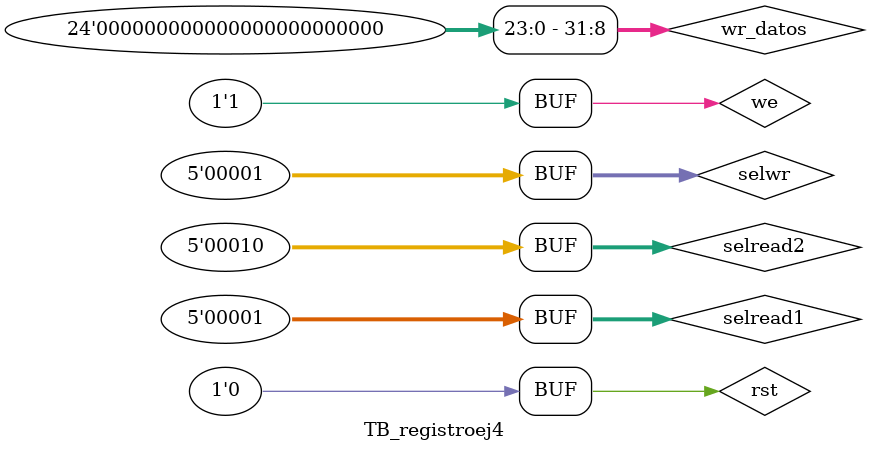
<source format=v>
`timescale 1ns / 1ps

module TB_registroej4();

parameter Anchodatos = 8;

//Variables de entrada
reg [4:0] selread1 , selread2, selwr;
reg [31:0] wr_datos;
reg we, rst, clk;


//Variables de salida
wire [31:0] rd_datos1, rd_datos2;
integer k;



registro U1(.selread1(selread1), .selread2(selread2), .selwr(selwr), 
.wr_datos(wr_datos), .rd_datos1(rd_datos1), .rd_datos2(rd_datos1));


initial 
begin

we<=1;
rst<=0;
selwr<= 1;
wr_datos <= {Anchodatos{$random}};

#5 selread1 <= 1;
#5 selread2 <= 2;



end

endmodule
</source>
